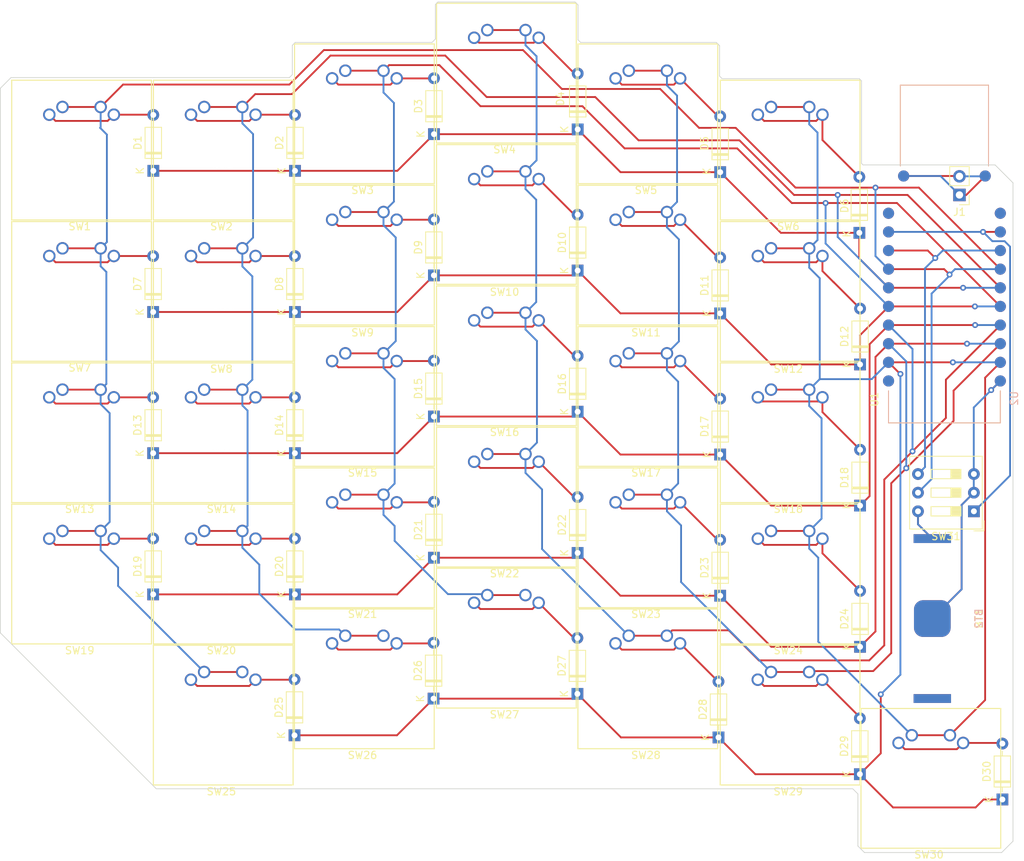
<source format=kicad_pcb>
(kicad_pcb (version 20211014) (generator pcbnew)
  (layers (0 "F.Cu" signal) (31 "B.Cu" signal) (34 "B.Paste" user) (35 "F.Paste" user) (36 "B.SilkS" user "B.Silkscreen") (37 "F.SilkS" user "F.Silkscreen") (38 "B.Mask" user) (39 "F.Mask" user) (44 "Edge.Cuts" user))
  (property "ADDRESS1" "")
  (property "ADDRESS2" "")
  (property "ADDRESS3" "")
  (property "ADDRESS4" "")
  (property "APPLICATION_BUILDNUMBER" "")
  (property "APPROVEDBY" "")
  (property "AUTHOR" "=Designer")
  (property "CHECKEDBY" "")
  (property "CURRENTDATE" "")
  (property "CURRENTTIME" "")
  (property "DOCUMENTFULLPATHANDNAME" "")
  (property "DOCUMENTNAME" "")
  (property "DOCUMENTNUMBER" "")
  (property "DOCUMENTSIZE" "A4")
  (property "DRAWNBY" "=Designer")
  (property "ENGINEER" "")
  (property "IMAGEPATH" "")
  (property "MODIFIEDDATE" "")
  (property "ORGANIZATION" "Nordic Semiconductor")
  (property "PROJECTNAME" "=ProjectName")
  (property "SHEETTOTAL" "1")
  (property "TIME" "")
  (net 0 "")
  (net 1 "Net-(D1-Pad1)")
  (net 2 "Net-(D1-Pad2)")
  (net 3 "Net-(D2-Pad2)")
  (net 4 "Net-(D3-Pad2)")
  (net 5 "Net-(D4-Pad2)")
  (net 6 "Net-(D5-Pad2)")
  (net 7 "Net-(D6-Pad2)")
  (net 8 "Net-(D10-Pad1)")
  (net 9 "Net-(D7-Pad2)")
  (net 10 "Net-(D8-Pad2)")
  (net 11 "Net-(D9-Pad2)")
  (net 12 "Net-(D10-Pad2)")
  (net 13 "Net-(D11-Pad2)")
  (net 14 "Net-(D12-Pad2)")
  (net 15 "Net-(D13-Pad1)")
  (net 16 "Net-(D13-Pad2)")
  (net 17 "Net-(D14-Pad2)")
  (net 18 "Net-(D15-Pad2)")
  (net 19 "Net-(D16-Pad2)")
  (net 20 "Net-(D17-Pad2)")
  (net 21 "Net-(D18-Pad2)")
  (net 22 "Net-(D19-Pad1)")
  (net 23 "Net-(D19-Pad2)")
  (net 24 "Net-(D20-Pad2)")
  (net 25 "Net-(D21-Pad2)")
  (net 26 "Net-(D22-Pad2)")
  (net 27 "Net-(D23-Pad2)")
  (net 28 "Net-(D24-Pad2)")
  (net 29 "Net-(D25-Pad1)")
  (net 30 "Net-(D25-Pad2)")
  (net 31 "Net-(D26-Pad2)")
  (net 32 "Net-(D27-Pad2)")
  (net 33 "Net-(D28-Pad2)")
  (net 34 "Net-(D29-Pad2)")
  (net 35 "Net-(D30-Pad2)")
  (net 36 "Net-(SW1-Pad1)")
  (net 37 "Net-(SW14-Pad1)")
  (net 38 "Net-(SW15-Pad1)")
  (net 39 "Net-(SW10-Pad1)")
  (net 40 "Net-(SW11-Pad1)")
  (net 41 "Net-(SW12-Pad1)")
  (net 42 "Net-(BT1-Pad2)")
  (net 43 "Net-(U1-Pad0.13)")
  (net 44 "Net-(U1-Pad0.15)")
  (net 45 "Net-(BT1-Pad1)")
  (net 46 "Net-(U1-PadVBUS)")
  (net 47 "Net-(J1-Pad1)")
  (net 48 "Net-(J1-Pad2)")
  (net 49 "Net-(SW31-Pad1)")
  (net 50 "Net-(SW31-Pad4)")
  (net 51 "Net-(SW31-Pad5)")
  (footprint "Diode_THT:D_DO-35_SOD27_P7.62mm_Horizontal" (layer "F.Cu") (at 125.83 92.7875 90)
    (fp_text reference "D17")
    (fp_text value "1N4148")
  )
  (footprint "gateron_ks-27_footprint:SW_Gateron_LO_PRO_1.00u_NO_LED_REVERSABLE_PCB" (layer "F.Cu") (at 115.96 123.2355 180)
    (fp_text reference "SW28")
    (fp_text value "GateronLP")
  )
  (footprint "download:MODULE_NRF52840-DONGLE" (layer "F.Cu") (at 156.4 65.45 90)
    (fp_text reference "U1")
    (fp_text value "NRF52840-DONGLE")
  )
  (footprint "Diode_THT:D_DO-35_SOD27_P7.62mm_Horizontal" (layer "F.Cu") (at 164.3 139.81 90)
    (fp_text reference "D30")
    (fp_text value "1N4148")
  )
  (footprint "Diode_THT:D_DO-35_SOD27_P7.62mm_Horizontal" (layer "F.Cu") (at 144.9 80.505 90)
    (fp_text reference "D12")
    (fp_text value "1N4148")
  )
  (footprint "Diode_THT:D_DO-35_SOD27_P7.62mm_Horizontal" (layer "F.Cu") (at 86.8 106.855 90)
    (fp_text reference "D21")
    (fp_text value "1N4148")
  )
  (footprint "Diode_THT:D_DO-35_SOD27_P7.62mm_Horizontal" (layer "F.Cu") (at 106.4 106.2 90)
    (fp_text reference "D22")
    (fp_text value "1N4148")
  )
  (footprint "gateron_ks-27_footprint:SW_Gateron_LO_PRO_1.00u_NO_LED_REVERSABLE_PCB" (layer "F.Cu") (at 58.09 70.423 180)
    (fp_text reference "SW8")
    (fp_text value "GateronLP")
  )
  (footprint "gateron_ks-27_footprint:SW_Gateron_LO_PRO_1.00u_NO_LED_REVERSABLE_PCB" (layer "F.Cu") (at 135.37 108.9545 180)
    (fp_text reference "SW24")
    (fp_text value "GateronLP")
  )
  (footprint "Diode_THT:D_DO-35_SOD27_P7.62mm_Horizontal" (layer "F.Cu") (at 125.834 54.2925 90)
    (fp_text reference "D5")
    (fp_text value "1N4148")
  )
  (footprint "gateron_ks-27_footprint:SW_Gateron_LO_PRO_1.00u_NO_LED_REVERSABLE_PCB" (layer "F.Cu") (at 96.68 117.6955 180)
    (fp_text reference "SW27")
    (fp_text value "GateronLP")
  )
  (footprint "Diode_THT:D_DO-35_SOD27_P7.62mm_Horizontal" (layer "F.Cu") (at 106.366 125.41025 90)
    (fp_text reference "D27")
    (fp_text value "1N4148")
  )
  (footprint "gateron_ks-27_footprint:SW_Gateron_LO_PRO_1.00u_NO_LED_REVERSABLE_PCB" (layer "F.Cu") (at 135.36 128.183 180)
    (fp_text reference "SW29")
    (fp_text value "GateronLP")
  )
  (footprint "MVB:TBH-CR2032-M04" (layer "F.Cu") (at 154.75 115.15 90)
    (fp_text reference "BT1")
    (fp_text value "Battery_Cell")
  )
  (footprint "Diode_THT:D_DO-35_SOD27_P7.62mm_Horizontal" (layer "F.Cu") (at 67.85 111.84975 90)
    (fp_text reference "D20")
    (fp_text value "1N4148")
  )
  (footprint "gateron_ks-27_footprint:SW_Gateron_LO_PRO_1.00u_NO_LED_REVERSABLE_PCB" (layer "F.Cu") (at 96.69 59.9355 180)
    (fp_text reference "SW10")
    (fp_text value "GateronLP")
  )
  (footprint "Diode_THT:D_DO-35_SOD27_P7.62mm_Horizontal" (layer "F.Cu") (at 106.408 48.4575 90)
    (fp_text reference "D4")
    (fp_text value "1N4148")
  )
  (footprint "gateron_ks-27_footprint:SW_Gateron_LO_PRO_1.00u_NO_LED_REVERSABLE_PCB" (layer "F.Cu") (at 77.33 46.20975 180)
    (fp_text reference "SW3")
    (fp_text value "GateronLP")
  )
  (footprint "Diode_THT:D_DO-35_SOD27_P7.62mm_Horizontal" (layer "F.Cu") (at 144.87 136.3675 90)
    (fp_text reference "D29")
    (fp_text value "1N4148")
  )
  (footprint "Diode_THT:D_DO-35_SOD27_P7.62mm_Horizontal" (layer "F.Cu") (at 106.4 86.9525 90)
    (fp_text reference "D16")
    (fp_text value "1N4148")
  )
  (footprint "gateron_ks-27_footprint:SW_Gateron_LO_PRO_1.00u_NO_LED_REVERSABLE_PCB" (layer "F.Cu") (at 115.97 65.4755 180)
    (fp_text reference "SW11")
    (fp_text value "GateronLP")
  )
  (footprint "Diode_THT:D_DO-35_SOD27_P7.62mm_Horizontal" (layer "F.Cu") (at 144.9 99.7525 90)
    (fp_text reference "D18")
    (fp_text value "1N4148")
  )
  (footprint "Diode_THT:D_DO-35_SOD27_P7.62mm_Horizontal" (layer "F.Cu") (at 86.758 126.06525 90)
    (fp_text reference "D26")
    (fp_text value "1N4148")
  )
  (footprint "gateron_ks-27_footprint:SW_Gateron_LO_PRO_1.00u_NO_LED_REVERSABLE_PCB" (layer "F.Cu") (at 96.69 40.66975 180)
    (fp_text reference "SW4")
    (fp_text value "GateronLP")
  )
  (footprint "Diode_THT:D_DO-35_SOD27_P7.62mm_Horizontal" (layer "F.Cu") (at 86.812 49.1125 90)
    (fp_text reference "D3")
    (fp_text value "1N4148")
  )
  (footprint "gateron_ks-27_footprint:SW_Gateron_LO_PRO_1.00u_NO_LED_REVERSABLE_PCB" (layer "F.Cu") (at 115.97 84.74125 180)
    (fp_text reference "SW17")
    (fp_text value "GateronLP")
  )
  (footprint "gateron_ks-27_footprint:SW_Gateron_LO_PRO_1.00u_NO_LED_REVERSABLE_PCB" (layer "F.Cu") (at 38.77 108.9545 180)
    (fp_text reference "SW19")
    (fp_text value "GateronLP")
  )
  (footprint "gateron_ks-27_footprint:SW_Gateron_LO_PRO_1.00u_NO_LED_REVERSABLE_PCB" (layer "F.Cu") (at 77.32 123.2355 180)
    (fp_text reference "SW26")
    (fp_text value "GateronLP")
  )
  (footprint "gateron_ks-27_footprint:SW_Gateron_LO_PRO_1.00u_NO_LED_REVERSABLE_PCB" (layer "F.Cu") (at 38.77 51.15725 180)
    (fp_text reference "SW1")
    (fp_text value "GateronLP")
  )
  (footprint "Diode_THT:D_DO-35_SOD27_P7.62mm_Horizontal" (layer "F.Cu") (at 48.53 73.35475 90)
    (fp_text reference "D7")
    (fp_text value "1N4148")
  )
  (footprint "Diode_THT:D_DO-35_SOD27_P7.62mm_Horizontal" (layer "F.Cu") (at 125.83 73.54 90)
    (fp_text reference "D11")
    (fp_text value "1N4148")
  )
  (footprint "gateron_ks-27_footprint:SW_Gateron_LO_PRO_1.00u_NO_LED_REVERSABLE_PCB" (layer "F.Cu") (at 58.09 51.15725 180)
    (fp_text reference "SW2")
    (fp_text value "GateronLP")
  )
  (footprint "Diode_THT:D_DO-35_SOD27_P7.62mm_Horizontal" (layer "F.Cu") (at 67.85 92.60225 90)
    (fp_text reference "D14")
    (fp_text value "1N4148")
  )
  (footprint "gateron_ks-27_footprint:SW_Gateron_LO_PRO_1.00u_NO_LED_REVERSABLE_PCB" (layer "F.Cu") (at 135.37 70.423 180)
    (fp_text reference "SW12")
    (fp_text value "GateronLP")
  )
  (footprint "Connector_PinHeader_2.54mm:PinHeader_1x02_P2.54mm_Vertical" (layer "F.Cu") (at 158.45 57.4 180)
    (fp_text reference "J1")
    (fp_text value "Conn_01x02_Male")
  )
  (footprint "gateron_ks-27_footprint:SW_Gateron_LO_PRO_1.00u_NO_LED_REVERSABLE_PCB" (layer "F.Cu") (at 115.97 104.007 180)
    (fp_text reference "SW23")
    (fp_text value "GateronLP")
  )
  (footprint "gateron_ks-27_footprint:SW_Gateron_LO_PRO_1.00u_NO_LED_REVERSABLE_PCB" (layer "F.Cu") (at 115.97 46.20975 180)
    (fp_text reference "SW5")
    (fp_text value "GateronLP")
  )
  (footprint "gateron_ks-27_footprint:SW_Gateron_LO_PRO_1.00u_NO_LED_REVERSABLE_PCB" (layer "F.Cu") (at 135.37 51.15725 180)
    (fp_text reference "SW6")
    (fp_text value "GateronLP")
  )
  (footprint "Diode_THT:D_DO-35_SOD27_P7.62mm_Horizontal" (layer "F.Cu") (at 67.8 131.06 90)
    (fp_text reference "D25")
    (fp_text value "1N4148")
  )
  (footprint "gateron_ks-27_footprint:SW_Gateron_LO_PRO_1.00u_NO_LED_REVERSABLE_PCB" (layer "F.Cu") (at 58.09 89.68875 180)
    (fp_text reference "SW14")
    (fp_text value "GateronLP")
  )
  (footprint "gateron_ks-27_footprint:SW_Gateron_LO_PRO_1.00u_NO_LED_REVERSABLE_PCB" (layer "F.Cu") (at 58.09 108.9545 180)
    (fp_text reference "SW20")
    (fp_text value "GateronLP")
  )
  (footprint "Diode_THT:D_DO-35_SOD27_P7.62mm_Horizontal" (layer "F.Cu") (at 86.8 68.36 90)
    (fp_text reference "D9")
    (fp_text value "1N4148")
  )
  (footprint "Diode_THT:D_DO-35_SOD27_P7.62mm_Horizontal" (layer "F.Cu") (at 48.53 111.84975 90)
    (fp_text reference "D19")
    (fp_text value "1N4148")
  )
  (footprint "Diode_THT:D_DO-35_SOD27_P7.62mm_Horizontal" (layer "F.Cu") (at 86.8 87.6075 90)
    (fp_text reference "D15")
    (fp_text value "1N4148")
  )
  (footprint "Diode_THT:D_DO-35_SOD27_P7.62mm_Horizontal" (layer "F.Cu") (at 67.866 54.10725 90)
    (fp_text reference "D2")
    (fp_text value "1N4148")
  )
  (footprint "Diode_THT:D_DO-35_SOD27_P7.62mm_Horizontal" (layer "F.Cu") (at 48.53 92.60225 90)
    (fp_text reference "D13")
    (fp_text value "1N4148")
  )
  (footprint "gateron_ks-27_footprint:SW_Gateron_LO_PRO_1.00u_NO_LED_REVERSABLE_PCB" (layer "F.Cu") (at 77.33 84.74125 180)
    (fp_text reference "SW15")
    (fp_text value "GateronLP")
  )
  (footprint "gateron_ks-27_footprint:SW_Gateron_LO_PRO_1.00u_NO_LED_REVERSABLE_PCB" (layer "F.Cu") (at 154.55 136.803 180)
    (fp_text reference "SW30")
    (fp_text value "GateronLP")
  )
  (footprint "gateron_ks-27_footprint:SW_Gateron_LO_PRO_1.00u_NO_LED_REVERSABLE_PCB" (layer "F.Cu") (at 135.37 89.68875 180)
    (fp_text reference "SW18")
    (fp_text value "GateronLP")
  )
  (footprint "Diode_THT:D_DO-35_SOD27_P7.62mm_Horizontal" (layer "F.Cu") (at 144.8 62.56 90)
    (fp_text reference "D6")
    (fp_text value "1N4148")
  )
  (footprint "gateron_ks-27_footprint:SW_Gateron_LO_PRO_1.00u_NO_LED_REVERSABLE_PCB" (layer "F.Cu") (at 77.33 65.4755 180)
    (fp_text reference "SW9")
    (fp_text value "GateronLP")
  )
  (footprint "gateron_ks-27_footprint:SW_Gateron_LO_PRO_1.00u_NO_LED_REVERSABLE_PCB" (layer "F.Cu") (at 77.33 104.007 180)
    (fp_text reference "SW21")
    (fp_text value "GateronLP")
  )
  (footprint "gateron_ks-27_footprint:SW_Gateron_LO_PRO_1.00u_NO_LED_REVERSABLE_PCB" (layer "F.Cu") (at 96.69 79.20125 180)
    (fp_text reference "SW16")
    (fp_text value "GateronLP")
  )
  (footprint "Diode_THT:D_DO-35_SOD27_P7.62mm_Horizontal" (layer "F.Cu") (at 125.6 131.35 90)
    (fp_text reference "D28")
    (fp_text value "1N4148")
  )
  (footprint "Button_Switch_THT:SW_DIP_SPSTx03_Slide_9.78x9.8mm_W7.62mm_P2.54mm" (layer "F.Cu") (at 160.4175 100.525 180)
    (fp_text reference "SW31")
    (fp_text value "SW_DIP_x03")
  )
  (footprint "gateron_ks-27_footprint:SW_Gateron_LO_PRO_1.00u_NO_LED_REVERSABLE_PCB" (layer "F.Cu") (at 38.77 89.68875 180)
    (fp_text reference "SW13")
    (fp_text value "GateronLP")
  )
  (footprint "Diode_THT:D_DO-35_SOD27_P7.62mm_Horizontal" (layer "F.Cu") (at 67.85 73.35475 90)
    (fp_text reference "D8")
    (fp_text value "1N4148")
  )
  (footprint "gateron_ks-27_footprint:SW_Gateron_LO_PRO_1.00u_NO_LED_REVERSABLE_PCB" (layer "F.Cu") (at 38.77 70.423 180)
    (fp_text reference "SW7")
    (fp_text value "GateronLP")
  )
  (footprint "Diode_THT:D_DO-35_SOD27_P7.62mm_Horizontal" (layer "F.Cu") (at 125.83 112.035 90)
    (fp_text reference "D23")
    (fp_text value "1N4148")
  )
  (footprint "Diode_THT:D_DO-35_SOD27_P7.62mm_Horizontal" (layer "F.Cu") (at 144.9 119 90)
    (fp_text reference "D24")
    (fp_text value "1N4148")
  )
  (footprint "gateron_ks-27_footprint:SW_Gateron_LO_PRO_1.00u_NO_LED_REVERSABLE_PCB" (layer "F.Cu") (at 96.69 98.467 180)
    (fp_text reference "SW22")
    (fp_text value "GateronLP")
  )
  (footprint "gateron_ks-27_footprint:SW_Gateron_LO_PRO_1.00u_NO_LED_REVERSABLE_PCB" (layer "F.Cu") (at 58.08 128.183 180)
    (fp_text reference "SW25")
    (fp_text value "GateronLP")
  )
  (footprint "Diode_THT:D_DO-35_SOD27_P7.62mm_Horizontal" (layer "F.Cu") (at 48.55 54.10725 90)
    (fp_text reference "D1")
    (fp_text value "1N4148")
  )
  (footprint "Diode_THT:D_DO-35_SOD27_P7.62mm_Horizontal" (layer "F.Cu") (at 106.4 67.705 90)
    (fp_text reference "D10")
    (fp_text value "1N4148")
  )
  (footprint "MVB:TBH-CR2032-M04" (layer "B.Cu") (at 154.75 115.15 -90)
    (fp_text reference "BT2")
    (fp_text value "Battery_Cell")
  )
  (footprint "download:MODULE_NRF52840-DONGLE" (layer "B.Cu") (at 156.4 65.45 90)
    (fp_text reference "U2")
    (fp_text value "NRF52840-DONGLE")
  )
  (gr_line (start 164.2 147.05) (end 145.5 147.05) (layer "Edge.Cuts") (width 0.1))
  (gr_line (start 67.9 36.6) (end 86.55 36.6) (layer "Edge.Cuts") (width 0.1))
  (gr_line (start 87.35 31.1) (end 106.05 31.1) (layer "Edge.Cuts") (width 0.1))
  (gr_line (start 27.7 42.85) (end 29.15 41.4) (layer "Edge.Cuts") (width 0.1))
  (gr_line (start 87 36.15) (end 87 31.45) (layer "Edge.Cuts") (width 0.1))
  (gr_line (start 165.75 55.75) (end 165.75 145.5) (layer "Edge.Cuts") (width 0.1))
  (gr_line (start 106.45 36.25) (end 106.8 36.6) (layer "Edge.Cuts") (width 0.1))
  (gr_line (start 29.15 41.4) (end 67.1 41.4) (layer "Edge.Cuts") (width 0.1))
  (gr_line (start 125.3 36.6) (end 125.75 37.05) (layer "Edge.Cuts") (width 0.1))
  (gr_line (start 165.75 145.5) (end 164.2 147.05) (layer "Edge.Cuts") (width 0.1))
  (gr_line (start 144.6 146.15) (end 144.6 139.05) (layer "Edge.Cuts") (width 0.1))
  (gr_line (start 163.3 53.3) (end 165.75 55.75) (layer "Edge.Cuts") (width 0.1))
  (gr_line (start 125.75 37.05) (end 125.75 41.2) (layer "Edge.Cuts") (width 0.1))
  (gr_line (start 144.8 41.55) (end 145.1 41.85) (layer "Edge.Cuts") (width 0.1))
  (gr_line (start 27.7 117.1) (end 27.7 42.85) (layer "Edge.Cuts") (width 0.1))
  (gr_line (start 145.3 53.3) (end 163.3 53.3) (layer "Edge.Cuts") (width 0.1))
  (gr_line (start 143.9 138.35) (end 48.95 138.35) (layer "Edge.Cuts") (width 0.1))
  (gr_line (start 144.6 139.05) (end 143.9 138.35) (layer "Edge.Cuts") (width 0.1))
  (gr_line (start 86.55 36.6) (end 87 36.15) (layer "Edge.Cuts") (width 0.1))
  (gr_line (start 125.75 41.2) (end 126.1 41.55) (layer "Edge.Cuts") (width 0.1))
  (gr_line (start 106.8 36.6) (end 125.3 36.6) (layer "Edge.Cuts") (width 0.1))
  (gr_line (start 145.3 53.3) (end 145.1 53.1) (layer "Edge.Cuts") (width 0.1))
  (gr_line (start 48.95 138.35) (end 27.7 117.1) (layer "Edge.Cuts") (width 0.1))
  (gr_line (start 145.1 41.85) (end 145.1 53.1) (layer "Edge.Cuts") (width 0.1))
  (gr_line (start 67.5 41) (end 67.5 37) (layer "Edge.Cuts") (width 0.1))
  (gr_line (start 106.45 31.5) (end 106.45 36.25) (layer "Edge.Cuts") (width 0.1))
  (gr_line (start 67.1 41.4) (end 67.5 41) (layer "Edge.Cuts") (width 0.1))
  (gr_line (start 67.5 37) (end 67.9 36.6) (layer "Edge.Cuts") (width 0.1))
  (gr_line (start 145.5 147.05) (end 144.6 146.15) (layer "Edge.Cuts") (width 0.1))
  (gr_line (start 126.1 41.55) (end 144.8 41.55) (layer "Edge.Cuts") (width 0.1))
  (gr_line (start 106.05 31.1) (end 106.45 31.5) (layer "Edge.Cuts") (width 0.1))
  (gr_line (start 87 31.45) (end 87.35 31.1) (layer "Edge.Cuts") (width 0.1))
  (segment (start 105.753 49.1125) (end 106.408 48.4575) (width 0.25) (layer "F.Cu") (net 1))
  (segment (start 144.8 66.065) (end 144.8 62.56) (width 0.25) (layer "F.Cu") (net 1))
  (segment (start 48.55 54.10725) (end 67.866 54.10725) (width 0.25) (layer "F.Cu") (net 1))
  (segment (start 148.78 70.055) (end 158.945 70.055) (width 0.25) (layer "F.Cu") (net 1))
  (segment (start 148.8 70.065) (end 144.8 66.065) (width 0.25) (layer "F.Cu") (net 1))
  (segment (start 133.89575 62.35425) (end 125.834 54.2925) (width 0.25) (layer "F.Cu") (net 1))
  (segment (start 81.81725 54.10725) (end 86.812 49.1125) (width 0.25) (layer "F.Cu") (net 1))
  (segment (start 86.812 49.1125) (end 105.753 49.1125) (width 0.25) (layer "F.Cu") (net 1))
  (segment (start 133.89575 62.35425) (end 134.1015 62.56) (width 0.25) (layer "F.Cu") (net 1))
  (segment (start 67.866 54.10725) (end 81.81725 54.10725) (width 0.25) (layer "F.Cu") (net 1))
  (segment (start 106.408 48.4575) (end 112.243 54.2925) (width 0.25) (layer "F.Cu") (net 1))
  (segment (start 134.1015 62.56) (end 144.8 62.56) (width 0.25) (layer "F.Cu") (net 1))
  (segment (start 112.243 54.2925) (end 125.834 54.2925) (width 0.25) (layer "F.Cu") (net 1))
  (via (at 158.945 70.055) (size 0.8) (drill 0.4) (layers "F.Cu" "B.Cu") (net 1))
  (segment (start 158.945 70.055) (end 164.02 70.055) (width 0.25) (layer "B.Cu") (net 1))
  (segment (start 48.52 46.45725) (end 48.55 46.48725) (width 0.25) (layer "F.Cu") (net 2))
  (segment (start 34.37 46.45725) (end 35.22 47.30725) (width 0.25) (layer "F.Cu") (net 2))
  (segment (start 42.32 47.30725) (end 43.17 46.45725) (width 0.25) (layer "F.Cu") (net 2))
  (segment (start 35.22 47.30725) (end 42.32 47.30725) (width 0.25) (layer "F.Cu") (net 2))
  (segment (start 43.17 46.45725) (end 48.52 46.45725) (width 0.25) (layer "F.Cu") (net 2))
  (segment (start 61.64 47.30725) (end 62.49 46.45725) (width 0.25) (layer "F.Cu") (net 3))
  (segment (start 67.836 46.45725) (end 67.866 46.48725) (width 0.25) (layer "F.Cu") (net 3))
  (segment (start 62.49 46.45725) (end 67.836 46.45725) (width 0.25) (layer "F.Cu") (net 3))
  (segment (start 53.69 46.45725) (end 54.54 47.30725) (width 0.25) (layer "F.Cu") (net 3))
  (segment (start 54.54 47.30725) (end 61.64 47.30725) (width 0.25) (layer "F.Cu") (net 3))
  (segment (start 80.88 42.35975) (end 81.73 41.50975) (width 0.25) (layer "F.Cu") (net 4))
  (segment (start 73.78 42.35975) (end 80.88 42.35975) (width 0.25) (layer "F.Cu") (net 4))
  (segment (start 81.73 41.50975) (end 86.79475 41.50975) (width 0.25) (layer "F.Cu") (net 4))
  (segment (start 72.93 41.50975) (end 73.78 42.35975) (width 0.25) (layer "F.Cu") (net 4))
  (segment (start 86.79475 41.50975) (end 86.812 41.4925) (width 0.25) (layer "F.Cu") (net 4))
  (segment (start 92.97025 36.65) (end 100.40975 36.65) (width 0.25) (layer "F.Cu") (net 5))
  (segment (start 100.40975 36.65) (end 101.09 35.96975) (width 0.25) (layer "F.Cu") (net 5))
  (segment (start 105.95775 40.8375) (end 106.408 40.8375) (width 0.25) (layer "F.Cu") (net 5))
  (segment (start 92.29 35.96975) (end 92.97025 36.65) (width 0.25) (layer "F.Cu") (net 5))
  (segment (start 101.09 35.96975) (end 105.95775 40.8375) (width 0.25) (layer "F.Cu") (net 5))
  (segment (start 119.52 42.35975) (end 120.37 41.50975) (width 0.25) (layer "F.Cu") (net 6))
  (segment (start 111.57 41.50975) (end 112.42 42.35975) (width 0.25) (layer "F.Cu") (net 6))
  (segment (start 120.37 41.50975) (end 125.53275 46.6725) (width 0.25) (layer "F.Cu") (net 6))
  (segment (start 112.42 42.35975) (end 119.52 42.35975) (width 0.25) (layer "F.Cu") (net 6))
  (segment (start 125.53275 46.6725) (end 125.834 46.6725) (width 0.25) (layer "F.Cu") (net 6))
  (segment (start 139.77 49.91) (end 144.8 54.94) (width 0.25) (layer "F.Cu") (net 7))
  (segment (start 139.77 49.73) (end 139.77 49.91) (width 0.25) (layer "F.Cu") (net 7))
  (segment (start 139.77 46.45725) (end 139.77 49.73) (width 0.25) (layer "F.Cu") (net 7))
  (segment (start 130.97 46.45725) (end 131.82 47.30725) (width 0.25) (layer "F.Cu") (net 7))
  (segment (start 138.92 47.30725) (end 139.77 46.45725) (width 0.25) (layer "F.Cu") (net 7))
  (segment (start 131.82 47.30725) (end 138.92 47.30725) (width 0.25) (layer "F.Cu") (net 7))
  (segment (start 81.80525 73.35475) (end 86.8 68.36) (width 0.25) (layer "F.Cu") (net 8))
  (segment (start 67.85 73.35475) (end 81.80525 73.35475) (width 0.25) (layer "F.Cu") (net 8))
  (segment (start 112.235 73.54) (end 125.83 73.54) (width 0.25) (layer "F.Cu") (net 8))
  (segment (start 144.9 80.505) (end 144.9 76.505) (width 0.25) (layer "F.Cu") (net 8))
  (segment (start 106.4 67.705) (end 112.235 73.54) (width 0.25) (layer "F.Cu") (net 8))
  (segment (start 86.8 68.36) (end 105.745 68.36) (width 0.25) (layer "F.Cu") (net 8))
  (segment (start 144.9 76.505) (end 148.8 72.605) (width 0.25) (layer "F.Cu") (net 8))
  (segment (start 105.745 68.36) (end 106.4 67.705) (width 0.25) (layer "F.Cu") (net 8))
  (segment (start 48.53 73.35475) (end 67.85 73.35475) (width 0.25) (layer "F.Cu") (net 8))
  (segment (start 132.795 80.505) (end 125.83 73.54) (width 0.25) (layer "F.Cu") (net 8))
  (segment (start 148.78 72.595) (end 160.555 72.595) (width 0.25) (layer "F.Cu") (net 8))
  (segment (start 144.9 80.505) (end 132.795 80.505) (width 0.25) (layer "F.Cu") (net 8))
  (via (at 160.555 72.595) (size 0.8) (drill 0.4) (layers "F.Cu" "B.Cu") (net 8))
  (segment (start 160.555 72.595) (end 164.02 72.595) (width 0.25) (layer "B.Cu") (net 8))
  (segment (start 35.22 66.573) (end 42.32 66.573) (width 0.25) (layer "F.Cu") (net 9))
  (segment (start 43.17 65.723) (end 48.51825 65.723) (width 0.25) (layer "F.Cu") (net 9))
  (segment (start 42.32 66.573) (end 43.17 65.723) (width 0.25) (layer "F.Cu") (net 9))
  (segment (start 48.51825 65.723) (end 48.53 65.73475) (width 0.25) (layer "F.Cu") (net 9))
  (segment (start 34.37 65.723) (end 35.22 66.573) (width 0.25) (layer "F.Cu") (net 9))
  (segment (start 62.49 65.723) (end 67.83825 65.723) (width 0.25) (layer "F.Cu") (net 10))
  (segment (start 53.69 65.723) (end 54.54 66.573) (width 0.25) (layer "F.Cu") (net 10))
  (segment (start 67.83825 65.723) (end 67.85 65.73475) (width 0.25) (layer "F.Cu") (net 10))
  (segment (start 54.54 66.573) (end 61.64 66.573) (width 0.25) (layer "F.Cu") (net 10))
  (segment (start 61.64 66.573) (end 62.49 65.723) (width 0.25) (layer "F.Cu") (net 10))
  (segment (start 81.73 60.7755) (end 86.7645 60.7755) (width 0.25) (layer "F.Cu") (net 11))
  (segment (start 72.93 60.7755) (end 73.78 61.6255) (width 0.25) (layer "F.Cu") (net 11))
  (segment (start 73.78 61.6255) (end 80.88 61.6255) (width 0.25) (layer "F.Cu") (net 11))
  (segment (start 86.7645 60.7755) (end 86.8 60.74) (width 0.25) (layer "F.Cu") (net 11))
  (segment (start 80.88 61.6255) (end 81.73 60.7755) (width 0.25) (layer "F.Cu") (net 11))
  (segment (start 92.29 55.2355) (end 93.14 56.0855) (width 0.25) (layer "F.Cu") (net 12))
  (segment (start 101.09 55.2355) (end 105.9395 60.085) (width 0.25) (layer "F.Cu") (net 12))
  (segment (start 105.9395 60.085) (end 106.4 60.085) (width 0.25) (layer "F.Cu") (net 12))
  (segment (start 100.24 56.0855) (end 101.09 55.2355) (width 0.25) (layer "F.Cu") (net 12))
  (segment (start 93.14 56.0855) (end 100.24 56.0855) (width 0.25) (layer "F.Cu") (net 12))
  (segment (start 112.42 61.6255) (end 119.52 61.6255) (width 0.25) (layer "F.Cu") (net 13))
  (segment (start 111.57 60.7755) (end 112.42 61.6255) (width 0.25) (layer "F.Cu") (net 13))
  (segment (start 119.52 61.6255) (end 120.37 60.7755) (width 0.25) (layer "F.Cu") (net 13))
  (segment (start 120.37 60.7755) (end 125.5145 65.92) (width 0.25) (layer "F.Cu") (net 13))
  (segment (start 125.5145 65.92) (end 125.83 65.92) (width 0.25) (layer "F.Cu") (net 13))
  (segment (start 139.77 67.77) (end 139.77 65.723) (width 0.25) (layer "F.Cu") (net 14))
  (segment (start 141.315 69.3) (end 141.3 69.3) (width 0.25) (layer "F.Cu") (net 14))
  (segment (start 141.3 69.3) (end 139.77 67.77) (width 0.25) (layer "F.Cu") (net 14))
  (segment (start 130.97 65.723) (end 131.82 66.573) (width 0.25) (layer "F.Cu") (net 14))
  (segment (start 138.92 66.573) (end 139.77 65.723) (width 0.25) (layer "F.Cu") (net 14))
  (segment (start 144.9 72.885) (end 141.315 69.3) (width 0.25) (layer "F.Cu") (net 14))
  (segment (start 131.82 66.573) (end 138.92 66.573) (width 0.25) (layer "F.Cu") (net 14))
  (segment (start 81.80525 92.60225) (end 86.8 87.6075) (width 0.25) (layer "F.Cu") (net 15))
  (segment (start 144.9 99.7525) (end 146.2 98.4525) (width 0.25) (layer "F.Cu") (net 15))
  (segment (start 67.85 92.60225) (end 81.80525 92.60225) (width 0.25) (layer "F.Cu") (net 15))
  (segment (start 112.235 92.7875) (end 125.83 92.7875) (width 0.25) (layer "F.Cu") (net 15))
  (segment (start 48.53 92.60225) (end 67.85 92.60225) (width 0.25) (layer "F.Cu") (net 15))
  (segment (start 160.585 75.135) (end 148.78 75.135) (width 0.25) (layer "F.Cu") (net 15))
  (segment (start 106.4 86.9525) (end 112.235 92.7875) (width 0.25) (layer "F.Cu") (net 15))
  (segment (start 132.795 99.7525) (end 125.83 92.7875) (width 0.25) (layer "F.Cu") (net 15))
  (segment (start 105.745 87.6075) (end 106.4 86.9525) (width 0.25) (layer "F.Cu") (net 15))
  (segment (start 146.2 77.745) (end 148.8 75.145) (width 0.25) (layer "F.Cu") (net 15))
  (segment (start 144.9 99.7525) (end 132.795 99.7525) (width 0.25) (layer "F.Cu") (net 15))
  (segment (start 146.2 98.4525) (end 146.2 77.745) (width 0.25) (layer "F.Cu") (net 15))
  (segment (start 86.8 87.6075) (end 105.745 87.6075) (width 0.25) (layer "F.Cu") (net 15))
  (via (at 160.585 75.135) (size 0.8) (drill 0.4) (layers "F.Cu" "B.Cu") (net 15))
  (segment (start 164.02 75.135) (end 160.585 75.135) (width 0.25) (layer "B.Cu") (net 15))
  (segment (start 35.22 85.83875) (end 42.32 85.83875) (width 0.25) (layer "F.Cu") (net 16))
  (segment (start 43.17 84.98875) (end 48.5235 84.98875) (width 0.25) (layer "F.Cu") (net 16))
  (segment (start 34.37 84.98875) (end 35.22 85.83875) (width 0.25) (layer "F.Cu") (net 16))
  (segment (start 48.5235 84.98875) (end 48.53 84.98225) (width 0.25) (layer "F.Cu") (net 16))
  (segment (start 42.32 85.83875) (end 43.17 84.98875) (width 0.25) (layer "F.Cu") (net 16))
  (segment (start 53.69 84.98875) (end 54.54 85.83875) (width 0.25) (layer "F.Cu") (net 17))
  (segment (start 62.49 84.98875) (end 67.8435 84.98875) (width 0.25) (layer "F.Cu") (net 17))
  (segment (start 61.64 85.83875) (end 62.49 84.98875) (width 0.25) (layer "F.Cu") (net 17))
  (segment (start 67.8435 84.98875) (end 67.85 84.98225) (width 0.25) (layer "F.Cu") (net 17))
  (segment (start 54.54 85.83875) (end 61.64 85.83875) (width 0.25) (layer "F.Cu") (net 17))
  (segment (start 72.93 80.04125) (end 73.78 80.89125) (width 0.25) (layer "F.Cu") (net 18))
  (segment (start 81.73 80.04125) (end 86.74625 80.04125) (width 0.25) (layer "F.Cu") (net 18))
  (segment (start 80.88 80.89125) (end 81.73 80.04125) (width 0.25) (layer "F.Cu") (net 18))
  (segment (start 86.74625 80.04125) (end 86.8 79.9875) (width 0.25) (layer "F.Cu") (net 18))
  (segment (start 73.78 80.89125) (end 80.88 80.89125) (width 0.25) (layer "F.Cu") (net 18))
  (segment (start 101.09 74.50125) (end 105.92125 79.3325) (width 0.25) (layer "F.Cu") (net 19))
  (segment (start 105.92125 79.3325) (end 106.4 79.3325) (width 0.25) (layer "F.Cu") (net 19))
  (segment (start 92.29 74.50125) (end 93.14 75.35125) (width 0.25) (layer "F.Cu") (net 19))
  (segment (start 100.24 75.35125) (end 101.09 74.50125) (width 0.25) (layer "F.Cu") (net 19))
  (segment (start 93.14 75.35125) (end 100.24 75.35125) (width 0.25) (layer "F.Cu") (net 19))
  (segment (start 111.57 80.04125) (end 112.42 80.89125) (width 0.25) (layer "F.Cu") (net 20))
  (segment (start 125.49625 85.1675) (end 125.83 85.1675) (width 0.25) (layer "F.Cu") (net 20))
  (segment (start 119.52 80.89125) (end 120.37 80.04125) (width 0.25) (layer "F.Cu") (net 20))
  (segment (start 112.42 80.89125) (end 119.52 80.89125) (width 0.25) (layer "F.Cu") (net 20))
  (segment (start 120.37 80.04125) (end 125.49625 85.1675) (width 0.25) (layer "F.Cu") (net 20))
  (segment (start 139.77 87.0025) (end 144.9 92.1325) (width 0.25) (layer "F.Cu") (net 21))
  (segment (start 139.20875 85.55) (end 139.77 84.98875) (width 0.25) (layer "F.Cu") (net 21))
  (segment (start 130.97 84.98875) (end 131.53125 85.55) (width 0.25) (layer "F.Cu") (net 21))
  (segment (start 131.53125 85.55) (end 139.20875 85.55) (width 0.25) (layer "F.Cu") (net 21))
  (segment (start 139.77 84.98875) (end 139.77 87.0025) (width 0.25) (layer "F.Cu") (net 21))
  (segment (start 106.4 106.2) (end 112.235 112.035) (width 0.25) (layer "F.Cu") (net 22))
  (segment (start 125.835 112.035) (end 132.8 119) (width 0.25) (layer "F.Cu") (net 22))
  (segment (start 105.745 106.855) (end 106.4 106.2) (width 0.25) (layer "F.Cu") (net 22))
  (segment (start 81.80525 111.84975) (end 86.8 106.855) (width 0.25) (layer "F.Cu") (net 22))
  (segment (start 144.9 119) (end 147 116.9) (width 0.25) (layer "F.Cu") (net 22))
  (segment (start 132.8 119) (end 144.9 119) (width 0.25) (layer "F.Cu") (net 22))
  (segment (start 159.475 77.675) (end 148.78 77.675) (width 0.25) (layer "F.Cu") (net 22))
  (segment (start 112.235 112.035) (end 125.83 112.035) (width 0.25) (layer "F.Cu") (net 22))
  (segment (start 67.85 111.84975) (end 81.80525 111.84975) (width 0.25) (layer "F.Cu") (net 22))
  (segment (start 86.8 106.855) (end 105.745 106.855) (width 0.25) (layer "F.Cu") (net 22))
  (segment (start 147 116.9) (end 147 79.485) (width 0.25) (layer "F.Cu") (net 22))
  (segment (start 125.83 112.035) (end 125.835 112.035) (width 0.25) (layer "F.Cu") (net 22))
  (segment (start 48.53 111.84975) (end 67.85 111.84975) (width 0.25) (layer "F.Cu") (net 22))
  (segment (start 147 79.485) (end 148.8 77.685) (width 0.25) (layer "F.Cu") (net 22))
  (via (at 159.475 77.675) (size 0.8) (drill 0.4) (layers "F.Cu" "B.Cu") (net 22))
  (segment (start 164.02 77.675) (end 159.475 77.675) (width 0.25) (layer "B.Cu") (net 22))
  (segment (start 42.32 105.1045) (end 43.17 104.2545) (width 0.25) (layer "F.Cu") (net 23))
  (segment (start 35.22 105.1045) (end 42.32 105.1045) (width 0.25) (layer "F.Cu") (net 23))
  (segment (start 43.17 104.2545) (end 48.50525 104.2545) (width 0.25) (layer "F.Cu") (net 23))
  (segment (start 34.37 104.2545) (end 35.22 105.1045) (width 0.25) (layer "F.Cu") (net 23))
  (segment (start 48.50525 104.2545) (end 48.53 104.22975) (width 0.25) (layer "F.Cu") (net 23))
  (segment (start 61.64 105.1045) (end 62.49 104.2545) (width 0.25) (layer "F.Cu") (net 24))
  (segment (start 54.54 105.1045) (end 61.64 105.1045) (width 0.25) (layer "F.Cu") (net 24))
  (segment (start 62.49 104.2545) (end 67.82525 104.2545) (width 0.25) (layer "F.Cu") (net 24))
  (segment (start 53.69 104.2545) (end 54.54 105.1045) (width 0.25) (layer "F.Cu") (net 24))
  (segment (start 67.82525 104.2545) (end 67.85 104.22975) (width 0.25) (layer "F.Cu") (net 24))
  (segment (start 73.78 100.157) (end 80.88 100.157) (width 0.25) (layer "F.Cu") (net 25))
  (segment (start 81.73 99.307) (end 86.728 99.307) (width 0.25) (layer "F.Cu") (net 25))
  (segment (start 80.88 100.157) (end 81.73 99.307) (width 0.25) (layer "F.Cu") (net 25))
  (segment (start 86.728 99.307) (end 86.8 99.235) (width 0.25) (layer "F.Cu") (net 25))
  (segment (start 72.93 99.307) (end 73.78 100.157) (width 0.25) (layer "F.Cu") (net 25))
  (segment (start 101.09 93.767) (end 105.903 98.58) (width 0.25) (layer "F.Cu") (net 26))
  (segment (start 105.903 98.58) (end 106.4 98.58) (width 0.25) (layer "F.Cu") (net 26))
  (segment (start 100.24 94.617) (end 101.09 93.767) (width 0.25) (layer "F.Cu") (net 26))
  (segment (start 92.29 93.767) (end 93.14 94.617) (width 0.25) (layer "F.Cu") (net 26))
  (segment (start 93.14 94.617) (end 100.24 94.617) (width 0.25) (layer "F.Cu") (net 26))
  (segment (start 125.478 104.415) (end 125.83 104.415) (width 0.25) (layer "F.Cu") (net 27))
  (segment (start 119.52 100.157) (end 120.37 99.307) (width 0.25) (layer "F.Cu") (net 27))
  (segment (start 112.42 100.157) (end 119.52 100.157) (width 0.25) (layer "F.Cu") (net 27))
  (segment (start 120.37 99.307) (end 125.478 104.415) (width 0.25) (layer "F.Cu") (net 27))
  (segment (start 111.57 99.307) (end 112.42 100.157) (width 0.25) (layer "F.Cu") (net 27))
  (segment (start 139.77 104.2545) (end 139.77 106.25) (width 0.25) (layer "F.Cu") (net 28))
  (segment (start 138.92 105.1045) (end 139.77 104.2545) (width 0.25) (layer "F.Cu") (net 28))
  (segment (start 131.82 105.1045) (end 138.92 105.1045) (width 0.25) (layer "F.Cu") (net 28))
  (segment (start 139.77 106.25) (end 144.9 111.38) (width 0.25) (layer "F.Cu") (net 28))
  (segment (start 130.97 104.2545) (end 131.82 105.1045) (width 0.25) (layer "F.Cu") (net 28))
  (segment (start 81.76325 131.06) (end 86.758 126.06525) (width 0.25) (layer "F.Cu") (net 29))
  (segment (start 105.711 126.06525) (end 106.366 125.41025) (width 0.25) (layer "F.Cu") (net 29))
  (segment (start 125.6 131.35) (end 130.6175 136.3675) (width 0.25) (layer "F.Cu") (net 29))
  (segment (start 67.8 131.06) (end 81.76325 131.06) (width 0.25) (layer "F.Cu") (net 29))
  (segment (start 150.4 81.8) (end 150.365 81.8) (width 0.25) (layer "F.Cu") (net 29))
  (segment (start 106.366 125.41025) (end 112.30575 131.35) (width 0.25) (layer "F.Cu") (net 29))
  (segment (start 86.758 126.06525) (end 105.711 126.06525) (width 0.25) (layer "F.Cu") (net 29))
  (segment (start 147.721 133.5165) (end 147.721 125.479) (width 0.25) (layer "F.Cu") (net 29))
  (segment (start 148.78 80.215) (end 157.335 80.215) (width 0.25) (layer "F.Cu") (net 29))
  (segment (start 144.87 136.3675) (end 149.4025 140.9) (width 0.25) (layer "F.Cu") (net 29))
  (segment (start 144.87 136.3675) (end 147.721 133.5165) (width 0.25) (layer "F.Cu") (net 29))
  (segment (start 130.6175 136.3675) (end 144.87 136.3675) (width 0.25) (layer "F.Cu") (net 29))
  (segment (start 112.30575 131.35) (end 125.6 131.35) (width 0.25) (layer "F.Cu") (net 29))
  (segment (start 149.4025 140.9) (end 160.65 140.9) (width 0.25) (layer "F.Cu") (net 29))
  (segment (start 150.365 81.8) (end 148.78 80.215) (width 0.25) (layer "F.Cu") (net 29))
  (segment (start 161.74 139.81) (end 164.3 139.81) (width 0.25) (layer "F.Cu") (net 29))
  (segment (start 160.65 140.9) (end 161.74 139.81) (width 0.25) (layer "F.Cu") (net 29))
  (via (at 147.721 125.479) (size 0.8) (drill 0.4) (layers "F.Cu" "B.Cu") (net 29))
  (via (at 150.4 81.8) (size 0.8) (drill 0.4) (layers "F.Cu" "B.Cu") (net 29))
  (via (at 157.55 80.215) (size 0.8) (drill 0.4) (layers "F.Cu" "B.Cu") (net 29))
  (segment (start 157.55 80.215) (end 164.02 80.215) (width 0.25) (layer "B.Cu") (net 29))
  (segment (start 150.4 122.8) (end 147.721 125.479) (width 0.25) (layer "B.Cu") (net 29))
  (segment (start 150.4 81.8) (end 150.4 122.8) (width 0.25) (layer "B.Cu") (net 29))
  (segment (start 61.63 124.333) (end 62.48 123.483) (width 0.25) (layer "F.Cu") (net 30))
  (segment (start 62.48 123.483) (end 67.757 123.483) (width 0.25) (layer "F.Cu") (net 30))
  (segment (start 67.757 123.483) (end 67.8 123.44) (width 0.25) (layer "F.Cu") (net 30))
  (segment (start 54.53 124.333) (end 61.63 124.333) (width 0.25) (layer "F.Cu") (net 30))
  (segment (start 53.68 123.483) (end 54.53 124.333) (width 0.25) (layer "F.Cu") (net 30))
  (segment (start 73.77 119.3855) (end 80.87 119.3855) (width 0.25) (layer "F.Cu") (net 31))
  (segment (start 72.92 118.5355) (end 73.77 119.3855) (width 0.25) (layer "F.Cu") (net 31))
  (segment (start 80.87 119.3855) (end 81.72 118.5355) (width 0.25) (layer "F.Cu") (net 31))
  (segment (start 81.72 118.5355) (end 86.66775 118.5355) (width 0.25) (layer "F.Cu") (net 31))
  (segment (start 86.66775 118.5355) (end 86.758 118.44525) (width 0.25) (layer "F.Cu") (net 31))
  (segment (start 101.08 112.9955) (end 105.87475 117.79025) (width 0.25) (layer "F.Cu") (net 32))
  (segment (start 105.87475 117.79025) (end 106.366 117.79025) (width 0.25) (layer "F.Cu") (net 32))
  (segment (start 92.28 112.9955) (end 93.13 113.8455) (width 0.25) (layer "F.Cu") (net 32))
  (segment (start 93.13 113.8455) (end 100.23 113.8455) (width 0.25) (layer "F.Cu") (net 32))
  (segment (start 100.23 113.8455) (end 101.08 112.9955) (width 0.25) (layer "F.Cu") (net 32))
  (segment (start 119.51 119.3855) (end 120.36 118.5355) (width 0.25) (layer "F.Cu") (net 33))
  (segment (start 125.5545 123.73) (end 125.6 123.73) (width 0.25) (layer "F.Cu") (net 33))
  (segment (start 111.5555 118.54) (end 111.56 118.5355) (width 0.25) (layer "F.Cu") (net 33))
  (segment (start 120.36 118.5355) (end 125.5545 123.73) (width 0.25) (layer "F.Cu") (net 33))
  (segment (start 111.56 118.5355) (end 112.41 119.3855) (width 0.25) (layer "F.Cu") (net 33))
  (segment (start 112.41 119.3855) (end 119.51 119.3855) (width 0.25) (layer "F.Cu") (net 33))
  (segment (start 130.953 123.49) (end 130.96 123.483) (width 0.25) (layer "F.Cu") (net 34))
  (segment (start 131.81 124.333) (end 138.91 124.333) (width 0.25) (layer "F.Cu") (net 34))
  (segment (start 130.96 123.483) (end 131.81 124.333) (width 0.25) (layer "F.Cu") (net 34))
  (segment (start 138.91 124.333) (end 139.76 123.483) (width 0.25) (layer "F.Cu") (net 34))
  (segment (start 139.76 123.483) (end 144.87 128.593) (width 0.25) (layer "F.Cu") (net 34))
  (segment (start 144.87 128.593) (end 144.87 128.7475) (width 0.25) (layer "F.Cu") (net 34))
  (segment (start 158.1 132.953) (end 158.95 132.103) (width 0.25) (layer "F.Cu") (net 35))
  (segment (start 151 132.953) (end 158.1 132.953) (width 0.25) (layer "F.Cu") (net 35))
  (segment (start 164.213 132.103) (end 164.3 132.19) (width 0.25) (layer "F.Cu") (net 35))
  (segment (start 150.15 132.103) (end 151 132.953) (width 0.25) (layer "F.Cu") (net 35))
  (segment (start 158.95 132.103) (end 164.213 132.103) (width 0.25) (layer "F.Cu") (net 35))
  (segment (start 152.915 56.4) (end 147 56.4) (width 0.25) (layer "F.Cu") (net 36))
  (segment (start 98.95 37.65) (end 71.8 37.65) (width 0.25) (layer "F.Cu") (net 36))
  (segment (start 164.04 67.525) (end 152.915 56.4) (width 0.25) (layer "F.Cu") (net 36))
  (segment (start 36.17 64.673) (end 41.37 64.673) (width 0.25) (layer "F.Cu") (net 36))
  (segment (start 127.95 48.25) (end 122.95 48.25) (width 0.25) (layer "F.Cu") (net 36))
  (segment (start 36.17 83.93875) (end 41.37 83.93875) (width 0.25) (layer "F.Cu") (net 36))
  (segment (start 117.65 42.95) (end 104.25 42.95) (width 0.25) (layer "F.Cu") (net 36))
  (segment (start 67.1 42.35) (end 44.42725 42.35) (width 0.25) (layer "F.Cu") (net 36))
  (segment (start 36.17 103.2045) (end 41.37 103.2045) (width 0.25) (layer "F.Cu") (net 36))
  (segment (start 44.42725 42.35) (end 41.37 45.40725) (width 0.25) (layer "F.Cu") (net 36))
  (segment (start 71.8 37.65) (end 67.1 42.35) (width 0.25) (layer "F.Cu") (net 36))
  (segment (start 36.17 45.40725) (end 41.37 45.40725) (width 0.25) (layer "F.Cu") (net 36))
  (segment (start 147 56.4) (end 136.1 56.4) (width 0.25) (layer "F.Cu") (net 36))
  (segment (start 104.25 42.95) (end 98.95 37.65) (width 0.25) (layer "F.Cu") (net 36))
  (segment (start 55.48 122.433) (end 60.68 122.433) (width 0.25) (layer "F.Cu") (net 36))
  (segment (start 136.1 56.4) (end 127.95 48.25) (width 0.25) (layer "F.Cu") (net 36))
  (segment (start 122.95 48.25) (end 117.65 42.95) (width 0.25) (layer "F.Cu") (net 36))
  (via (at 147 56.4) (size 0.8) (drill 0.4) (layers "F.Cu" "B.Cu") (net 36))
  (segment (start 41.37 85.92) (end 42.6 87.15) (width 0.25) (layer "B.Cu") (net 36))
  (segment (start 147 56.4) (end 147 65.735) (width 0.25) (layer "B.Cu") (net 36))
  (segment (start 41.37 45.40725) (end 41.37 48.18) (width 0.25) (layer "B.Cu") (net 36))
  (segment (start 48.097 115.05) (end 48.097 115.047) (width 0.25) (layer "B.Cu") (net 36))
  (segment (start 41.3 48.25) (end 42.22 49.17) (width 0.25) (layer "B.Cu") (net 36))
  (segment (start 42.22 49.17) (end 42.22 63.823) (width 0.25) (layer "B.Cu") (net 36))
  (segment (start 43.75 108.2) (end 43.75 110.7) (width 0.25) (layer "B.Cu") (net 36))
  (segment (start 41.37 48.18) (end 41.3 48.25) (width 0.25) (layer "B.Cu") (net 36))
  (segment (start 48.097 115.05) (end 55.48 122.433) (width 0.25) (layer "B.Cu") (net 36))
  (segment (start 147 65.735) (end 148.78 67.515) (width 0.25) (layer "B.Cu") (net 36))
  (segment (start 42.6 101.9745) (end 41.37 103.2045) (width 0.25) (layer "B.Cu") (net 36))
  (segment (start 41.37 103.2045) (end 41.37 105.82) (width 0.25) (layer "B.Cu") (net 36))
  (segment (start 41.37 83.93875) (end 41.37 85.92) (width 0.25) (layer "B.Cu") (net 36))
  (segment (start 42.22 63.823) (end 41.37 64.673) (width 0.25) (layer "B.Cu") (net 36))
  (segment (start 42.15 83.15875) (end 41.37 83.93875) (width 0.25) (layer "B.Cu") (net 36))
  (segment (start 48.097 115.047) (end 43.75 110.7) (width 0.25) (layer "B.Cu") (net 36))
  (segment (start 41.37 105.82) (end 43.75 108.2) (width 0.25) (layer "B.Cu") (net 36))
  (segment (start 42.15 67.9) (end 42.15 83.15875) (width 0.25) (layer "B.Cu") (net 36))
  (segment (start 41.37 64.673) (end 41.37 67.12) (width 0.25) (layer "B.Cu") (net 36))
  (segment (start 41.37 67.12) (end 42.15 67.9) (width 0.25) (layer "B.Cu") (net 36))
  (segment (start 42.6 87.15) (end 42.6 101.9745) (width 0.25) (layer "B.Cu") (net 36))
  (segment (start 128.45 49.95) (end 114.7 49.95) (width 0.25) (layer "F.Cu") (net 37))
  (segment (start 141.85 57.4) (end 135.9 57.4) (width 0.25) (layer "F.Cu") (net 37))
  (segment (start 79.92 117.4855) (end 74.72 117.4855) (width 0.25) (layer "F.Cu") (net 37))
  (segment (start 55.49 103.2045) (end 60.69 103.2045) (width 0.25) (layer "F.Cu") (net 37))
  (segment (start 55.49 45.40725) (end 60.69 45.40725) (width 0.25) (layer "F.Cu") (net 37))
  (segment (start 94 44.05) (end 88.35 38.4) (width 0.25) (layer "F.Cu") (net 37))
  (segment (start 135.9 57.4) (end 128.45 49.95) (width 0.25) (layer "F.Cu") (net 37))
  (segment (start 55.49 64.673) (end 60.69 64.673) (width 0.25) (layer "F.Cu") (net 37))
  (segment (start 108.8 44.05) (end 94 44.05) (width 0.25) (layer "F.Cu") (net 37))
  (segment (start 72.7 38.4) (end 67.45 43.65) (width 0.25) (layer "F.Cu") (net 37))
  (segment (start 55.49 83.93875) (end 60.69 83.93875) (width 0.25) (layer "F.Cu") (net 37))
  (segment (start 151.375 57.4) (end 141.85 57.4) (width 0.25) (layer "F.Cu") (net 37))
  (segment (start 62.44725 43.65) (end 60.69 45.40725) (width 0.25) (layer "F.Cu") (net 37))
  (segment (start 88.35 38.4) (end 72.7 38.4) (width 0.25) (layer "F.Cu") (net 37))
  (segment (start 114.7 49.95) (end 108.8 44.05) (width 0.25) (layer "F.Cu") (net 37))
  (segment (start 67.45 43.65) (end 62.44725 43.65) (width 0.25) (layer "F.Cu") (net 37))
  (segment (start 164.04 70.065) (end 151.375 57.4) (width 0.25) (layer "F.Cu") (net 37))
  (via (at 141.85 57.4) (size 0.8) (drill 0.4) (layers "F.Cu" "B.Cu") (net 37))
  (segment (start 60.69 67.14) (end 62.05 68.5) (width 0.25) (layer "B.Cu") (net 37))
  (segment (start 62.05 82.57875) (end 60.69 83.93875) (width 0.25) (layer "B.Cu") (net 37))
  (segment (start 62.15 49.1) (end 62.15 63.213) (width 0.25) (layer "B.Cu") (net 37))
  (segment (start 61.4 86.8) (end 61.4 102.4945) (width 0.25) (layer "B.Cu") (net 37))
  (segment (start 62.05 68.5) (end 62.05 82.57875) (width 0.25) (layer "B.Cu") (net 37))
  (segment (start 63 111.75) (end 67.8855 116.6355) (width 0.25) (layer "B.Cu") (net 37))
  (segment (start 60.69 103.2045) (end 60.69 105.49) (width 0.25) (layer "B.Cu") (net 37))
  (segment (start 61.4 102.4945) (end 60.69 103.2045) (width 0.25) (layer "B.Cu") (net 37))
  (segment (start 60.69 64.673) (end 60.69 67.14) (width 0.25) (layer "B.Cu") (net 37))
  (segment (start 73.87 116.6355) (end 74.72 117.4855) (width 0.25) (layer "B.Cu") (net 37))
  (segment (start 60.69 45.40725) (end 60.69 47.64) (width 0.25) (layer "B.Cu") (net 37))
  (segment (start 63 107.8) (end 63 111.75) (width 0.25) (layer "B.Cu") (net 37))
  (segment (start 67.8855 116.6355) (end 73.87 116.6355) (width 0.25) (layer "B.Cu") (net 37))
  (segment (start 141.85 57.4) (end 141.85 63.125) (width 0.25) (layer "B.Cu") (net 37))
  (segment (start 60.69 105.49) (end 63 107.8) (width 0.25) (layer "B.Cu") (net 37))
  (segment (start 141.85 63.125) (end 148.78 70.055) (width 0.25) (layer "B.Cu") (net 37))
  (segment (start 60.69 47.64) (end 62.15 49.1) (width 0.25) (layer "B.Cu") (net 37))
  (segment (start 60.69 83.93875) (end 60.69 86.09) (width 0.25) (layer "B.Cu") (net 37))
  (segment (start 62.15 63.213) (end 60.69 64.673) (width 0.25) (layer "B.Cu") (net 37))
  (segment (start 60.69 86.09) (end 61.4 86.8) (width 0.25) (layer "B.Cu") (net 37))
  (segment (start 112.8 51.05) (end 107.05 45.3) (width 0.25) (layer "F.Cu") (net 38))
  (segment (start 74.73 98.257) (end 79.93 98.257) (width 0.25) (layer "F.Cu") (net 38))
  (segment (start 74.73 78.99125) (end 79.93 78.99125) (width 0.25) (layer "F.Cu") (net 38))
  (segment (start 149.935 58.5) (end 135.6 58.5) (width 0.25) (layer "F.Cu") (net 38))
  (segment (start 87.55 39.7) (end 80.68975 39.7) (width 0.25) (layer "F.Cu") (net 38))
  (segment (start 80.68975 39.7) (end 79.93 40.45975) (width 0.25) (layer "F.Cu") (net 38))
  (segment (start 99.28 111.9455) (end 94.08 111.9455) (width 0.25) (layer "F.Cu") (net 38))
  (segment (start 135.6 58.5) (end 128.15 51.05) (width 0.25) (layer "F.Cu") (net 38))
  (segment (start 93.15 45.3) (end 87.55 39.7) (width 0.25) (layer "F.Cu") (net 38))
  (segment (start 128.15 51.05) (end 112.8 51.05) (width 0.25) (layer "F.Cu") (net 38))
  (segment (start 107.05 45.3) (end 93.15 45.3) (width 0.25) (layer "F.Cu") (net 38))
  (segment (start 164.04 72.605) (end 149.935 58.5) (width 0.25) (layer "F.Cu") (net 38))
  (segment (start 74.73 40.45975) (end 79.93 40.45975) (width 0.25) (layer "F.Cu") (net 38))
  (segment (start 74.73 59.7255) (end 79.93 59.7255) (width 0.25) (layer "F.Cu") (net 38))
  (via (at 140.2 58.5) (size 0.8) (drill 0.4) (layers "F.Cu" "B.Cu") (net 38))
  (segment (start 81.35 58.3055) (end 79.93 59.7255) (width 0.25) (layer "B.Cu") (net 38))
  (segment (start 81.35 44.85) (end 81.35 58.3055) (width 0.25) (layer "B.Cu") (net 38))
  (segment (start 81.6 63.2) (end 81.6 77.32125) (width 0.25) (layer "B.Cu") (net 38))
  (segment (start 79.93 40.45975) (end 79.93 43.43) (width 0.25) (layer "B.Cu") (net 38))
  (segment (start 81.45 104.55) (end 88.7205 111.8205) (width 0.25) (layer "B.Cu") (net 38))
  (segment (start 81.45 82.5) (end 81.45 96.737) (width 0.25) (layer "B.Cu") (net 38))
  (segment (start 79.93 98.257) (end 79.93 101.005) (width 0.25) (layer "B.Cu") (net 38))
  (segment (start 140.2 64.015) (end 148.78 72.595) (width 0.25) (layer "B.Cu") (net 38))
  (segment (start 88.7205 111.8205) (end 93.955 111.8205) (width 0.25) (layer "B.Cu") (net 38))
  (segment (start 79.93 80.98) (end 81.45 82.5) (width 0.25) (layer "B.Cu") (net 38))
  (segment (start 93.955 111.8205) (end 94.08 111.9455) (width 0.25) (layer "B.Cu") (net 38))
  (segment (start 81.45 102.525) (end 81.45 104.55) (width 0.25) (layer "B.Cu") (net 38))
  (segment (start 81.45 96.737) (end 79.93 98.257) (width 0.25) (layer "B.Cu") (net 38))
  (segment (start 79.93 78.99125) (end 79.93 80.98) (width 0.25) (layer "B.Cu") (net 38))
  (segment (start 79.93 43.43) (end 81.35 44.85) (width 0.25) (layer "B.Cu") (net 38))
  (segment (start 140.2 58.5) (end 140.2 64.015) (width 0.25) (layer "B.Cu") (net 38))
  (segment (start 79.93 59.7255) (end 79.93 61.53) (width 0.25) (layer "B.Cu") (net 38))
  (segment (start 79.93 61.53) (end 81.6 63.2) (width 0.25) (layer "B.Cu") (net 38))
  (segment (start 81.6 77.32125) (end 79.93 78.99125) (width 0.25) (layer "B.Cu") (net 38))
  (segment (start 79.93 101.005) (end 81.45 102.525) (width 0.25) (layer "B.Cu") (net 38))
  (segment (start 119.2955 116.75) (end 118.56 117.4855) (width 0.25) (layer "F.Cu") (net 39))
  (segment (start 156.6 87.8) (end 156.6 82.585) (width 0.25) (layer "F.Cu") (net 39))
  (segment (start 148.2 96.2) (end 148.2 118.8) (width 0.25) (layer "F.Cu") (net 39))
  (segment (start 94.09 92.717) (end 99.29 92.717) (width 0.25) (layer "F.Cu") (net 39))
  (segment (start 146.15 120.85) (end 131.1 120.85) (width 0.25) (layer "F.Cu") (net 39))
  (segment (start 152.05 92.35) (end 156.6 87.8) (width 0.25) (layer "F.Cu") (net 39))
  (segment (start 94.09 34.91975) (end 99.29 34.91975) (width 0.25) (layer "F.Cu") (net 39))
  (segment (start 127 116.75) (end 119.2955 116.75) (width 0.25) (layer "F.Cu") (net 39))
  (segment (start 156.6 82.585) (end 164.04 75.145) (width 0.25) (layer "F.Cu") (net 39))
  (segment (start 131.1 120.85) (end 127 116.75) (width 0.25) (layer "F.Cu") (net 39))
  (segment (start 94.09 73.45125) (end 99.29 73.45125) (width 0.25) (layer "F.Cu") (net 39))
  (segment (start 148.2 118.8) (end 146.15 120.85) (width 0.25) (layer "F.Cu") (net 39))
  (segment (start 118.56 117.4855) (end 113.36 117.4855) (width 0.25) (layer "F.Cu") (net 39))
  (segment (start 94.09 54.1855) (end 99.29 54.1855) (width 0.25) (layer "F.Cu") (net 39))
  (segment (start 152.05 92.35) (end 148.2 96.2) (width 0.25) (layer "F.Cu") (net 39))
  (via (at 152.05 92.35) (size 0.8) (drill 0.4) (layers "F.Cu" "B.Cu") (net 39))
  (segment (start 99.29 92.717) (end 99.29 95.29) (width 0.25) (layer "B.Cu") (net 39))
  (segment (start 100.75 58.05) (end 100.75 71.99125) (width 0.25) (layer "B.Cu") (net 39))
  (segment (start 99.29 95.29) (end 101.55 97.55) (width 0.25) (layer "B.Cu") (net 39))
  (segment (start 100.8 38.5) (end 100.8 52.6755) (width 0.25) (layer "B.Cu") (net 39))
  (segment (start 99.29 56.59) (end 100.75 58.05) (width 0.25) (layer "B.Cu") (net 39))
  (segment (start 99.29 34.91975) (end 99.29 36.99) (width 0.25) (layer "B.Cu") (net 39))
  (segment (start 99.29 75.74) (end 100.85 77.3) (width 0.25) (layer "B.Cu") (net 39))
  (segment (start 100.75 71.99125) (end 99.29 73.45125) (width 0.25) (layer "B.Cu") (net 39))
  (segment (start 100.85 77.3) (end 100.85 91.157) (width 0.25) (layer "B.Cu") (net 39))
  (segment (start 99.29 36.99) (end 100.8 38.5) (width 0.25) (layer "B.Cu") (net 39))
  (segment (start 152.05 78.405) (end 148.78 75.135) (width 0.25) (layer "B.Cu") (net 39))
  (segment (start 101.55 97.55) (end 101.55 105.6755) (width 0.25) (layer "B.Cu") (net 39))
  (segment (start 100.8 52.6755) (end 99.29 54.1855) (width 0.25) (layer "B.Cu") (net 39))
  (segment (start 152.05 92.35) (end 152.05 78.405) (width 0.25) (layer "B.Cu") (net 39))
  (segment (start 100.85 91.157) (end 99.29 92.717) (width 0.25) (layer "B.Cu") (net 39))
  (segment (start 101.55 105.6755) (end 113.36 117.4855) (width 0.25) (layer "B.Cu") (net 39))
  (segment (start 99.29 73.45125) (end 99.29 75.74) (width 0.25) (layer "B.Cu") (net 39))
  (segment (start 99.29 54.1855) (end 99.29 56.59) (width 0.25) (layer "B.Cu") (net 39))
  (segment (start 113.37 40.45975) (end 118.57 40.45975) (width 0.25) (layer "F.Cu") (net 40))
  (segment (start 113.37 78.99125) (end 118.57 78.99125) (width 0.25) (layer "F.Cu") (net 40))
  (segment (start 113.37 98.257) (end 118.57 98.257) (width 0.25) (layer "F.Cu") (net 40))
  (segment (start 146.692 122.308) (end 138.085 122.308) (width 0.25) (layer "F.Cu") (net 40))
  (segment (start 118.57 59.7255) (end 113.37 59.7255) (width 0.25) (layer "F.Cu") (net 40))
  (segment (start 137.96 122.433) (end 132.76 122.433) (width 0.25) (layer "F.Cu") (net 40))
  (segment (start 149.15 119.85) (end 146.692 122.308) (width 0.25) (layer "F.Cu") (net 40))
  (segment (start 151.2 94.65) (end 149.15 96.7) (width 0.25) (layer "F.Cu") (net 40))
  (segment (start 149.15 96.7) (end 149.15 119.85) (width 0.25) (layer "F.Cu") (net 40))
  (segment (start 157.65 88.2) (end 157.65 84.075) (width 0.25) (layer "F.Cu") (net 40))
  (segment (start 138.085 122.308) (end 137.96 122.433) (width 0.25) (layer "F.Cu") (net 40))
  (segment (start 157.65 84.075) (end 164.04 77.685) (width 0.25) (layer "F.Cu") (net 40))
  (segment (start 151.2 94.65) (end 157.65 88.2) (width 0.25) (layer "F.Cu") (net 40))
  (via (at 151.2 94.65) (size 0.8) (drill 0.4) (layers "F.Cu" "B.Cu") (net 40))
  (segment (start 120.5 110.173) (end 132.76 122.433) (width 0.25) (layer "B.Cu") (net 40))
  (segment (start 119.95 58.3455) (end 118.57 59.7255) (width 0.25) (layer "B.Cu") (net 40))
  (segment (start 120.2 63.45) (end 120.2 77.36125) (width 0.25) (layer "B.Cu") (net 40))
  (segment (start 120.1 82.85) (end 120.1 96.727) (width 0.25) (layer "B.Cu") (net 40))
  (segment (start 118.57 98.257) (end 118.57 100.52) (width 0.25) (layer "B.Cu") (net 40))
  (segment (start 120.1 96.727) (end 118.57 98.257) (width 0.25) (layer "B.Cu") (net 40))
  (segment (start 118.57 61.82) (end 120.2 63.45) (width 0.25) (layer "B.Cu") (net 40))
  (segment (start 118.57 100.52) (end 120.5 102.45) (width 0.25) (layer "B.Cu") (net 40))
  (segment (start 118.57 59.7255) (end 118.57 61.82) (width 0.25) (layer "B.Cu") (net 40))
  (segment (start 118.57 78.99125) (end 118.57 81.32) (width 0.25) (layer "B.Cu") (net 40))
  (segment (start 118.57 81.32) (end 120.1 82.85) (width 0.25) (layer "B.Cu") (net 40))
  (segment (start 119.95 43.85) (end 119.95 58.3455) (width 0.25) (layer "B.Cu") (net 40))
  (segment (start 151.2 80.095) (end 148.78 77.675) (width 0.25) (layer "B.Cu") (net 40))
  (segment (start 120.2 77.36125) (end 118.57 78.99125) (width 0.25) (layer "B.Cu") (net 40))
  (segment (start 120.5 102.45) (end 120.5 110.173) (width 0.25) (layer "B.Cu") (net 40))
  (segment (start 151.2 94.65) (end 151.2 80.095) (width 0.25) (layer "B.Cu") (net 40))
  (segment (start 118.57 42.47) (end 119.95 43.85) (width 0.25) (layer "B.Cu") (net 40))
  (segment (start 118.57 40.45975) (end 118.57 42.47) (width 0.25) (layer "B.Cu") (net 40))
  (segment (start 137.97 64.673) (end 132.77 64.673) (width 0.25) (layer "F.Cu") (net 41))
  (segment (start 132.77 103.2045) (end 137.97 103.2045) (width 0.25) (layer "F.Cu") (net 41))
  (segment (start 161.95 126.253) (end 161.95 82.315) (width 0.25) (layer "F.Cu") (net 41))
  (segment (start 132.77 45.40725) (end 137.97 45.40725) (width 0.25) (layer "F.Cu") (net 41))
  (segment (start 157.15 131.053) (end 151.95 131.053) (width 0.25) (layer "F.Cu") (net 41))
  (segment (start 132.77 83.93875) (end 137.97 83.93875) (width 0.25) (layer "F.Cu") (net 41))
  (segment (start 161.95 82.315) (end 164.04 80.225) (width 0.25) (layer "F.Cu") (net 41))
  (segment (start 157.15 131.053) (end 161.95 126.253) (width 0.25) (layer "F.Cu") (net 41))
  (segment (start 139.4 68.75) (end 139.4 82.50875) (width 0.25) (layer "B.Cu") (net 41))
  (segment (start 137.97 67.32) (end 139.4 68.75) (width 0.25) (layer "B.Cu") (net 41))
  (segment (start 139.1 63.543) (end 137.97 64.673) (width 0.25) (layer "B.Cu") (net 41))
  (segment (start 137.97 64.673) (end 137.97 67.32) (width 0.25) (layer "B.Cu") (net 41))
  (segment (start 137.97 105.62) (end 139.2 106.85) (width 0.25) (layer "B.Cu") (net 41))
  (segment (start 146.48625 82.50875) (end 148.78 80.215) (width 0.25) (layer "B.Cu") (net 41))
  (segment (start 137.97 86.17) (end 139.65 87.85) (width 0.25) (layer "B.Cu") (net 41))
  (segment (start 139.4 82.50875) (end 137.97 83.93875) (width 0.25) (layer "B.Cu") (net 41))
  (segment (start 139.65 101.5245) (end 137.97 103.2045) (width 0.25) (layer "B.Cu") (net 41))
  (segment (start 139.65 87.85) (end 139.65 101.5245) (width 0.25) (layer "B.Cu") (net 41))
  (segment (start 139.4 82.50875) (end 146.48625 82.50875) (width 0.25) (layer "B.Cu") (net 41))
  (segment (start 139.1 48.9) (end 139.1 63.543) (width 0.25) (layer "B.Cu") (net 41))
  (segment (start 137.97 47.77) (end 139.1 48.9) (width 0.25) (layer "B.Cu") (net 41))
  (segment (start 137.97 103.2045) (end 137.97 105.62) (width 0.25) (layer "B.Cu") (net 41))
  (segment (start 139.2 118.303) (end 151.95 131.053) (width 0.25) (layer "B.Cu") (net 41))
  (segment (start 137.97 45.40725) (end 137.97 47.77) (width 0.25) (layer "B.Cu") (net 41))
  (segment (start 137.97 83.93875) (end 137.97 86.17) (width 0.25) (layer "B.Cu") (net 41))
  (segment (start 139.2 106.85) (end 139.2 118.303) (width 0.25) (layer "B.Cu") (net 41))
  (segment (start 154.75 115.15) (end 158.75 111.15) (width 0.25) (layer "F.Cu") (net 42))
  (segment (start 162.775 84) (end 164.02 82.755) (width 0.25) (layer "F.Cu") (net 42))
  (segment (start 158.75 111.15) (end 158.75 99.6525) (width 0.25) (layer "F.Cu") (net 42))
  (segment (start 158.75 99.6525) (end 160.4175 97.985) (width 0.25) (layer "F.Cu") (net 42))
  (via (at 162.775 84) (size 0.8) (drill 0.4) (layers "F.Cu" "B.Cu") (net 42))
  (segment (start 160.4 98.0025) (end 158.75 99.6525) (width 0.25) (layer "B.Cu") (net 42))
  (segment (start 158.75 111.15) (end 154.75 115.15) (width 0.25) (layer "B.Cu") (net 42))
  (segment (start 158.75 99.6525) (end 158.75 111.15) (width 0.25) (layer "B.Cu") (net 42))
  (segment (start 160.4 86.375) (end 160.4 98.0025) (width 0.25) (layer "B.Cu") (net 42))
  (segment (start 162.775 84) (end 160.4 86.375) (width 0.25) (layer "B.Cu") (net 42))
  (segment (start 164.02 82.755) (end 162.775 84) (width 0.25) (layer "B.Cu") (net 42))
  (segment (start 152.7975 100.525) (end 152.7975 102.2975) (width 0.25) (layer "F.Cu") (net 45))
  (segment (start 152.7975 102.2975) (end 154.75 104.25) (width 0.25) (layer "F.Cu") (net 45))
  (segment (start 152.7975 100.525) (end 152.7975 102.2975) (width 0.25) (layer "B.Cu") (net 45))
  (segment (start 152.7975 102.2975) (end 154.75 104.25) (width 0.25) (layer "B.Cu") (net 45))
  (segment (start 157.95 57.925) (end 158.85 57.925) (width 0.25) (layer "F.Cu") (net 47))
  (segment (start 158.45 57.4) (end 159.375 57.4) (width 0.25) (layer "F.Cu") (net 47))
  (segment (start 159.375 57.4) (end 161.96 54.815) (width 0.25) (layer "F.Cu") (net 47))
  (segment (start 150.84 54.815) (end 155.865 54.815) (width 0.25) (layer "B.Cu") (net 47))
  (segment (start 155.865 54.815) (end 158.45 57.4) (width 0.25) (layer "B.Cu") (net 47))
  (segment (start 150.725 54.93) (end 150.84 54.815) (width 0.25) (layer "B.Cu") (net 47))
  (segment (start 150.84 54.815) (end 158.405 54.815) (width 0.25) (layer "F.Cu") (net 48))
  (segment (start 158.405 54.815) (end 158.45 54.86) (width 0.25) (layer "F.Cu") (net 48))
  (segment (start 161.915 54.86) (end 161.96 54.815) (width 0.25) (layer "B.Cu") (net 48))
  (segment (start 158.45 54.86) (end 161.915 54.86) (width 0.25) (layer "B.Cu") (net 48))
  (segment (start 161.665 62.435) (end 164.02 62.435) (width 0.25) (layer "F.Cu") (net 49))
  (via (at 161.665 62.435) (size 0.8) (drill 0.4) (layers "F.Cu" "B.Cu") (net 49))
  (segment (start 148.78 62.435) (end 161.665 62.435) (width 0.25) (layer "B.Cu") (net 49))
  (segment (start 164.6 63.7) (end 162.93 63.7) (width 0.25) (layer "B.Cu") (net 49))
  (segment (start 165.35 95.65) (end 165.35 64.45) (width 0.25) (layer "B.Cu") (net 49))
  (segment (start 160.4175 100.525) (end 160.475 100.525) (width 0.25) (layer "B.Cu") (net 49))
  (segment (start 160.475 100.525) (end 165.35 95.65) (width 0.25) (layer "B.Cu") (net 49))
  (segment (start 165.35 64.45) (end 164.6 63.7) (width 0.25) (layer "B.Cu") (net 49))
  (segment (start 162.93 63.7) (end 161.665 62.435) (width 0.25) (layer "B.Cu") (net 49))
  (segment (start 154.125 64.975) (end 148.78 64.975) (width 0.25) (layer "F.Cu") (net 50))
  (segment (start 155.15 66) (end 154.125 64.975) (width 0.25) (layer "F.Cu") (net 50))
  (via (at 155.15 66) (size 0.8) (drill 0.4) (layers "F.Cu" "B.Cu") (net 50))
  (segment (start 153.75 67.4) (end 153.75 94.4925) (width 0.25) (layer "B.Cu") (net 50))
  (segment (start 156.175 64.975) (end 164.02 64.975) (width 0.25) (layer "B.Cu") (net 50))
  (segment (start 153.75 94.4925) (end 152.7975 95.445) (width 0.25) (layer "B.Cu") (net 50))
  (segment (start 155.15 66) (end 153.75 67.4) (width 0.25) (layer "B.Cu") (net 50))
  (segment (start 155.15 66) (end 156.175 64.975) (width 0.25) (layer "B.Cu") (net 50))
  (segment (start 156.365 67.515) (end 148.78 67.515) (width 0.25) (layer "F.Cu") (net 51))
  (segment (start 157.1 68.25) (end 156.365 67.515) (width 0.25) (layer "F.Cu") (net 51))
  (via (at 157.1 68.25) (size 0.8) (drill 0.4) (layers "F.Cu" "B.Cu") (net 51))
  (segment (start 154.65 96.1325) (end 154.65 70.85) (width 0.25) (layer "B.Cu") (net 51))
  (segment (start 152.7975 97.985) (end 154.65 96.1325) (width 0.25) (layer "B.Cu") (net 51))
  (segment (start 157.835 67.515) (end 164.02 67.515) (width 0.25) (layer "B.Cu") (net 51))
  (segment (start 157.1 68.4) (end 157.1 68.25) (width 0.25) (layer "B.Cu") (net 51))
  (segment (start 157.1 68.25) (end 157.835 67.515) (width 0.25) (layer "B.Cu") (net 51))
  (segment (start 154.65 70.85) (end 157.1 68.4) (width 0.25) (layer "B.Cu") (net 51))
)
</source>
